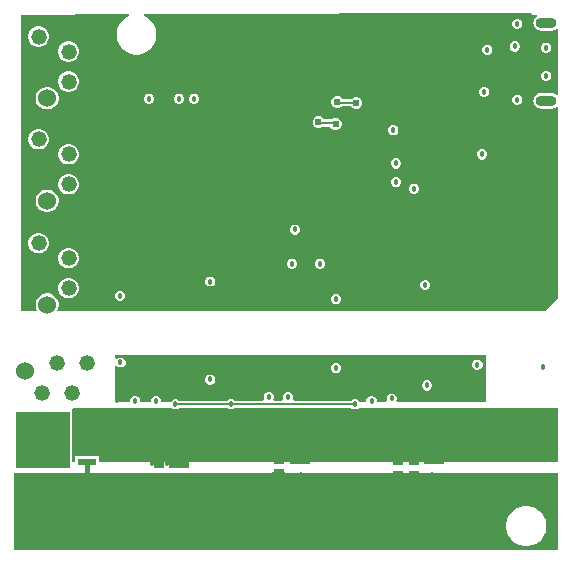
<source format=gbl>
G04*
G04 #@! TF.GenerationSoftware,Altium Limited,Altium Designer,21.9.2 (33)*
G04*
G04 Layer_Physical_Order=4*
G04 Layer_Color=16711680*
%FSLAX23Y23*%
%MOIN*%
G70*
G04*
G04 #@! TF.SameCoordinates,057B0E17-ACE6-4E06-8752-021C102DDC49*
G04*
G04*
G04 #@! TF.FilePolarity,Positive*
G04*
G01*
G75*
%ADD10C,0.008*%
%ADD34R,0.035X0.033*%
%ADD36R,0.071X0.045*%
%ADD63C,0.024*%
%ADD65C,0.016*%
%ADD68O,0.071X0.035*%
%ADD69C,0.020*%
%ADD70C,0.018*%
%ADD79R,0.064X0.024*%
%ADD80R,0.180X0.189*%
%ADD81C,0.052*%
%ADD82C,0.060*%
G36*
X1728Y1803D02*
X1744D01*
X1745Y1798D01*
X1745Y1798D01*
X1740Y1794D01*
X1736Y1788D01*
X1733Y1782D01*
X1732Y1776D01*
X1733Y1769D01*
X1736Y1763D01*
X1740Y1757D01*
X1745Y1753D01*
X1751Y1751D01*
X1758Y1750D01*
X1793D01*
X1800Y1751D01*
X1806Y1753D01*
X1810Y1756D01*
X1815Y1754D01*
Y1537D01*
X1810Y1535D01*
X1806Y1538D01*
X1800Y1541D01*
X1793Y1542D01*
X1758D01*
X1751Y1541D01*
X1745Y1538D01*
X1740Y1534D01*
X1736Y1529D01*
X1733Y1522D01*
X1732Y1516D01*
X1733Y1509D01*
X1736Y1503D01*
X1740Y1497D01*
X1745Y1493D01*
X1751Y1491D01*
X1758Y1490D01*
X1793D01*
X1800Y1491D01*
X1806Y1493D01*
X1810Y1496D01*
X1815Y1494D01*
Y858D01*
X1772Y815D01*
X148D01*
X146Y819D01*
X147Y821D01*
X150Y831D01*
Y841D01*
X147Y851D01*
X142Y859D01*
X135Y866D01*
X126Y871D01*
X117Y874D01*
X107D01*
X97Y871D01*
X88Y866D01*
X81Y859D01*
X76Y851D01*
X74Y841D01*
Y831D01*
X76Y821D01*
X78Y819D01*
X75Y815D01*
X24D01*
Y1799D01*
X25Y1803D01*
X385Y1804D01*
X386Y1799D01*
X378Y1796D01*
X367Y1788D01*
X357Y1779D01*
X350Y1768D01*
X345Y1756D01*
X343Y1743D01*
Y1730D01*
X345Y1717D01*
X350Y1705D01*
X357Y1694D01*
X367Y1684D01*
X378Y1677D01*
X390Y1672D01*
X403Y1669D01*
X416D01*
X429Y1672D01*
X441Y1677D01*
X452Y1684D01*
X461Y1694D01*
X469Y1705D01*
X474Y1717D01*
X476Y1730D01*
Y1743D01*
X474Y1756D01*
X469Y1768D01*
X461Y1779D01*
X452Y1788D01*
X441Y1796D01*
X433Y1799D01*
X434Y1804D01*
X1724Y1807D01*
X1728Y1803D01*
D02*
G37*
G36*
X1575Y512D02*
X1278D01*
X1275Y517D01*
X1277Y520D01*
Y527D01*
X1274Y533D01*
X1269Y538D01*
X1263Y540D01*
X1257D01*
X1250Y538D01*
X1246Y533D01*
X1243Y527D01*
Y520D01*
X1245Y517D01*
X1241Y512D01*
X1210D01*
X1210Y512D01*
Y519D01*
X1207Y525D01*
X1202Y530D01*
X1196Y532D01*
X1190D01*
X1183Y530D01*
X1179Y525D01*
X1176Y519D01*
Y512D01*
X1176Y512D01*
X1153D01*
X1152Y513D01*
X1147Y518D01*
X1141Y521D01*
X1134D01*
X1128Y518D01*
X1126Y516D01*
X933D01*
X930Y521D01*
X931Y524D01*
Y531D01*
X929Y537D01*
X924Y542D01*
X918Y544D01*
X911D01*
X905Y542D01*
X900Y537D01*
X898Y531D01*
Y524D01*
X899Y521D01*
X896Y516D01*
X869D01*
X866Y521D01*
X867Y524D01*
Y531D01*
X865Y537D01*
X860Y542D01*
X854Y544D01*
X847D01*
X841Y542D01*
X836Y537D01*
X834Y531D01*
Y524D01*
X835Y521D01*
X832Y516D01*
X736D01*
X734Y518D01*
X728Y521D01*
X721D01*
X715Y518D01*
X713Y516D01*
X551D01*
X549Y518D01*
X543Y521D01*
X536D01*
X530Y518D01*
X525Y513D01*
X525Y512D01*
X492D01*
X491Y512D01*
Y519D01*
X489Y525D01*
X484Y530D01*
X478Y532D01*
X471D01*
X465Y530D01*
X460Y525D01*
X458Y519D01*
Y512D01*
X457Y512D01*
X423D01*
X422Y512D01*
Y519D01*
X420Y525D01*
X415Y530D01*
X409Y532D01*
X402D01*
X396Y530D01*
X391Y525D01*
X389Y519D01*
Y512D01*
X388Y512D01*
X339D01*
Y631D01*
X344Y633D01*
X347Y630D01*
X353Y627D01*
X360D01*
X366Y630D01*
X370Y634D01*
X373Y640D01*
Y647D01*
X370Y653D01*
X366Y658D01*
X360Y660D01*
X353D01*
X347Y658D01*
X344Y655D01*
X339Y657D01*
Y669D01*
X1575D01*
Y512D01*
D02*
G37*
G36*
X1815Y311D02*
X284D01*
Y331D01*
X205D01*
Y311D01*
X196D01*
Y488D01*
X199Y492D01*
X528D01*
X530Y490D01*
X536Y487D01*
X543D01*
X549Y490D01*
X551Y492D01*
X713D01*
X715Y490D01*
X721Y487D01*
X728D01*
X734Y490D01*
X736Y492D01*
X1126D01*
X1128Y490D01*
X1134Y487D01*
X1141D01*
X1147Y490D01*
X1150Y492D01*
X1815D01*
Y311D01*
D02*
G37*
G36*
Y20D02*
X0D01*
Y276D01*
X1815D01*
Y20D01*
D02*
G37*
%LPC*%
G36*
X1682Y1788D02*
X1676D01*
X1670Y1786D01*
X1665Y1781D01*
X1662Y1775D01*
Y1768D01*
X1665Y1762D01*
X1670Y1757D01*
X1676Y1755D01*
X1682D01*
X1689Y1757D01*
X1693Y1762D01*
X1696Y1768D01*
Y1775D01*
X1693Y1781D01*
X1689Y1786D01*
X1682Y1788D01*
D02*
G37*
G36*
X87Y1764D02*
X78D01*
X70Y1761D01*
X62Y1757D01*
X56Y1751D01*
X51Y1743D01*
X49Y1734D01*
Y1725D01*
X51Y1717D01*
X56Y1709D01*
X62Y1703D01*
X70Y1698D01*
X78Y1696D01*
X87D01*
X96Y1698D01*
X103Y1703D01*
X110Y1709D01*
X114Y1717D01*
X117Y1725D01*
Y1734D01*
X114Y1743D01*
X110Y1751D01*
X103Y1757D01*
X96Y1761D01*
X87Y1764D01*
D02*
G37*
G36*
X1674Y1714D02*
X1667D01*
X1661Y1711D01*
X1656Y1706D01*
X1654Y1700D01*
Y1694D01*
X1656Y1687D01*
X1661Y1683D01*
X1667Y1680D01*
X1674D01*
X1680Y1683D01*
X1684Y1687D01*
X1687Y1694D01*
Y1700D01*
X1684Y1706D01*
X1680Y1711D01*
X1674Y1714D01*
D02*
G37*
G36*
X1779Y1710D02*
X1772D01*
X1766Y1707D01*
X1761Y1702D01*
X1759Y1696D01*
Y1690D01*
X1761Y1683D01*
X1766Y1679D01*
X1772Y1676D01*
X1779D01*
X1785Y1679D01*
X1790Y1683D01*
X1792Y1690D01*
Y1696D01*
X1790Y1702D01*
X1785Y1707D01*
X1779Y1710D01*
D02*
G37*
G36*
X1583Y1703D02*
X1576D01*
X1570Y1701D01*
X1565Y1696D01*
X1562Y1690D01*
Y1683D01*
X1565Y1677D01*
X1570Y1672D01*
X1576Y1670D01*
X1583D01*
X1589Y1672D01*
X1593Y1677D01*
X1596Y1683D01*
Y1690D01*
X1593Y1696D01*
X1589Y1701D01*
X1583Y1703D01*
D02*
G37*
G36*
X187Y1714D02*
X178D01*
X170Y1711D01*
X162Y1707D01*
X156Y1701D01*
X151Y1693D01*
X149Y1684D01*
Y1675D01*
X151Y1667D01*
X156Y1659D01*
X162Y1653D01*
X170Y1648D01*
X178Y1646D01*
X187D01*
X196Y1648D01*
X203Y1653D01*
X210Y1659D01*
X214Y1667D01*
X217Y1675D01*
Y1684D01*
X214Y1693D01*
X210Y1701D01*
X203Y1707D01*
X196Y1711D01*
X187Y1714D01*
D02*
G37*
G36*
X1779Y1615D02*
X1772D01*
X1766Y1613D01*
X1761Y1608D01*
X1759Y1602D01*
Y1595D01*
X1761Y1589D01*
X1766Y1584D01*
X1772Y1582D01*
X1779D01*
X1785Y1584D01*
X1790Y1589D01*
X1792Y1595D01*
Y1602D01*
X1790Y1608D01*
X1785Y1613D01*
X1779Y1615D01*
D02*
G37*
G36*
X187Y1614D02*
X178D01*
X170Y1611D01*
X162Y1607D01*
X156Y1601D01*
X151Y1593D01*
X149Y1584D01*
Y1575D01*
X151Y1567D01*
X156Y1559D01*
X162Y1553D01*
X170Y1548D01*
X178Y1546D01*
X187D01*
X196Y1548D01*
X203Y1553D01*
X210Y1559D01*
X214Y1567D01*
X217Y1575D01*
Y1584D01*
X214Y1593D01*
X210Y1601D01*
X203Y1607D01*
X196Y1611D01*
X187Y1614D01*
D02*
G37*
G36*
X1572Y1563D02*
X1566D01*
X1559Y1560D01*
X1555Y1555D01*
X1552Y1549D01*
Y1543D01*
X1555Y1536D01*
X1559Y1532D01*
X1566Y1529D01*
X1572D01*
X1578Y1532D01*
X1583Y1536D01*
X1586Y1543D01*
Y1549D01*
X1583Y1555D01*
X1578Y1560D01*
X1572Y1563D01*
D02*
G37*
G36*
X605Y1539D02*
X598D01*
X592Y1537D01*
X587Y1532D01*
X584Y1526D01*
Y1519D01*
X587Y1513D01*
X592Y1508D01*
X598Y1506D01*
X605D01*
X611Y1508D01*
X615Y1513D01*
X618Y1519D01*
Y1526D01*
X615Y1532D01*
X611Y1537D01*
X605Y1539D01*
D02*
G37*
G36*
X555D02*
X548D01*
X542Y1537D01*
X537Y1532D01*
X534Y1526D01*
Y1519D01*
X537Y1513D01*
X542Y1508D01*
X548Y1506D01*
X555D01*
X561Y1508D01*
X565Y1513D01*
X568Y1519D01*
Y1526D01*
X565Y1532D01*
X561Y1537D01*
X555Y1539D01*
D02*
G37*
G36*
X455D02*
X448D01*
X442Y1537D01*
X437Y1532D01*
X434Y1526D01*
Y1519D01*
X437Y1513D01*
X442Y1508D01*
X448Y1506D01*
X455D01*
X461Y1508D01*
X465Y1513D01*
X468Y1519D01*
Y1526D01*
X465Y1532D01*
X461Y1537D01*
X455Y1539D01*
D02*
G37*
G36*
X1682Y1536D02*
X1676D01*
X1670Y1534D01*
X1665Y1529D01*
X1662Y1523D01*
Y1516D01*
X1665Y1510D01*
X1670Y1505D01*
X1676Y1503D01*
X1682D01*
X1689Y1505D01*
X1693Y1510D01*
X1696Y1516D01*
Y1523D01*
X1693Y1529D01*
X1689Y1534D01*
X1682Y1536D01*
D02*
G37*
G36*
X1083Y1531D02*
X1075D01*
X1068Y1528D01*
X1062Y1523D01*
X1059Y1516D01*
Y1508D01*
X1062Y1501D01*
X1068Y1495D01*
X1075Y1492D01*
X1083D01*
X1090Y1495D01*
X1093Y1498D01*
X1125D01*
X1125Y1497D01*
X1131Y1491D01*
X1138Y1488D01*
X1146D01*
X1153Y1491D01*
X1158Y1497D01*
X1161Y1504D01*
Y1512D01*
X1158Y1519D01*
X1153Y1525D01*
X1146Y1528D01*
X1138D01*
X1131Y1525D01*
X1128Y1522D01*
X1096D01*
X1095Y1523D01*
X1090Y1528D01*
X1083Y1531D01*
D02*
G37*
G36*
X117Y1563D02*
X107D01*
X97Y1560D01*
X88Y1555D01*
X81Y1548D01*
X76Y1540D01*
X74Y1530D01*
Y1520D01*
X76Y1510D01*
X81Y1502D01*
X88Y1495D01*
X97Y1490D01*
X107Y1487D01*
X117D01*
X126Y1490D01*
X135Y1495D01*
X142Y1502D01*
X147Y1510D01*
X150Y1520D01*
Y1530D01*
X147Y1540D01*
X142Y1548D01*
X135Y1555D01*
X126Y1560D01*
X117Y1563D01*
D02*
G37*
G36*
X1020Y1464D02*
X1012D01*
X1005Y1461D01*
X1000Y1455D01*
X997Y1448D01*
Y1440D01*
X1000Y1433D01*
X1005Y1428D01*
X1012Y1425D01*
X1020D01*
X1028Y1428D01*
X1030Y1430D01*
X1055D01*
X1056Y1428D01*
X1062Y1422D01*
X1069Y1419D01*
X1077D01*
X1084Y1422D01*
X1090Y1428D01*
X1093Y1435D01*
Y1443D01*
X1090Y1450D01*
X1084Y1456D01*
X1077Y1459D01*
X1069D01*
X1062Y1456D01*
X1060Y1454D01*
X1034D01*
X1033Y1455D01*
X1028Y1461D01*
X1020Y1464D01*
D02*
G37*
G36*
X1269Y1434D02*
X1262D01*
X1256Y1432D01*
X1252Y1427D01*
X1249Y1421D01*
Y1414D01*
X1252Y1408D01*
X1256Y1403D01*
X1262Y1401D01*
X1269D01*
X1275Y1403D01*
X1280Y1408D01*
X1282Y1414D01*
Y1421D01*
X1280Y1427D01*
X1275Y1432D01*
X1269Y1434D01*
D02*
G37*
G36*
X87Y1421D02*
X78D01*
X70Y1419D01*
X62Y1415D01*
X56Y1408D01*
X51Y1400D01*
X49Y1392D01*
Y1383D01*
X51Y1374D01*
X56Y1367D01*
X62Y1360D01*
X70Y1356D01*
X78Y1354D01*
X87D01*
X96Y1356D01*
X103Y1360D01*
X110Y1367D01*
X114Y1374D01*
X117Y1383D01*
Y1392D01*
X114Y1400D01*
X110Y1408D01*
X103Y1415D01*
X96Y1419D01*
X87Y1421D01*
D02*
G37*
G36*
X1564Y1354D02*
X1558D01*
X1552Y1351D01*
X1547Y1347D01*
X1544Y1341D01*
Y1334D01*
X1547Y1328D01*
X1552Y1323D01*
X1558Y1320D01*
X1564D01*
X1571Y1323D01*
X1575Y1328D01*
X1578Y1334D01*
Y1341D01*
X1575Y1347D01*
X1571Y1351D01*
X1564Y1354D01*
D02*
G37*
G36*
X187Y1371D02*
X178D01*
X170Y1369D01*
X162Y1365D01*
X156Y1358D01*
X151Y1350D01*
X149Y1342D01*
Y1333D01*
X151Y1324D01*
X156Y1317D01*
X162Y1310D01*
X170Y1306D01*
X178Y1304D01*
X187D01*
X196Y1306D01*
X203Y1310D01*
X210Y1317D01*
X214Y1324D01*
X217Y1333D01*
Y1342D01*
X214Y1350D01*
X210Y1358D01*
X203Y1365D01*
X196Y1369D01*
X187Y1371D01*
D02*
G37*
G36*
X1278Y1324D02*
X1271D01*
X1265Y1321D01*
X1260Y1317D01*
X1258Y1310D01*
Y1304D01*
X1260Y1298D01*
X1265Y1293D01*
X1271Y1290D01*
X1278D01*
X1284Y1293D01*
X1289Y1298D01*
X1291Y1304D01*
Y1310D01*
X1289Y1317D01*
X1284Y1321D01*
X1278Y1324D01*
D02*
G37*
G36*
Y1261D02*
X1271D01*
X1265Y1258D01*
X1260Y1254D01*
X1258Y1247D01*
Y1241D01*
X1260Y1235D01*
X1265Y1230D01*
X1271Y1227D01*
X1278D01*
X1284Y1230D01*
X1289Y1235D01*
X1291Y1241D01*
Y1247D01*
X1289Y1254D01*
X1284Y1258D01*
X1278Y1261D01*
D02*
G37*
G36*
X1338Y1239D02*
X1331D01*
X1325Y1237D01*
X1320Y1232D01*
X1318Y1226D01*
Y1219D01*
X1320Y1213D01*
X1325Y1208D01*
X1331Y1206D01*
X1338D01*
X1344Y1208D01*
X1349Y1213D01*
X1351Y1219D01*
Y1226D01*
X1349Y1232D01*
X1344Y1237D01*
X1338Y1239D01*
D02*
G37*
G36*
X187Y1271D02*
X178D01*
X170Y1269D01*
X162Y1265D01*
X156Y1258D01*
X151Y1250D01*
X149Y1242D01*
Y1233D01*
X151Y1224D01*
X156Y1217D01*
X162Y1210D01*
X170Y1206D01*
X178Y1204D01*
X187D01*
X196Y1206D01*
X203Y1210D01*
X210Y1217D01*
X214Y1224D01*
X217Y1233D01*
Y1242D01*
X214Y1250D01*
X210Y1258D01*
X203Y1265D01*
X196Y1269D01*
X187Y1271D01*
D02*
G37*
G36*
X117Y1220D02*
X107D01*
X97Y1218D01*
X88Y1213D01*
X81Y1206D01*
X76Y1197D01*
X74Y1187D01*
Y1177D01*
X76Y1168D01*
X81Y1159D01*
X88Y1152D01*
X97Y1147D01*
X107Y1145D01*
X117D01*
X126Y1147D01*
X135Y1152D01*
X142Y1159D01*
X147Y1168D01*
X150Y1177D01*
Y1187D01*
X147Y1197D01*
X142Y1206D01*
X135Y1213D01*
X126Y1218D01*
X117Y1220D01*
D02*
G37*
G36*
X941Y1103D02*
X935D01*
X929Y1101D01*
X924Y1096D01*
X921Y1090D01*
Y1083D01*
X924Y1077D01*
X929Y1072D01*
X935Y1070D01*
X941D01*
X948Y1072D01*
X952Y1077D01*
X955Y1083D01*
Y1090D01*
X952Y1096D01*
X948Y1101D01*
X941Y1103D01*
D02*
G37*
G36*
X87Y1075D02*
X78D01*
X70Y1073D01*
X62Y1068D01*
X56Y1062D01*
X51Y1054D01*
X49Y1045D01*
Y1036D01*
X51Y1028D01*
X56Y1020D01*
X62Y1014D01*
X70Y1009D01*
X78Y1007D01*
X87D01*
X96Y1009D01*
X103Y1014D01*
X110Y1020D01*
X114Y1028D01*
X117Y1036D01*
Y1045D01*
X114Y1054D01*
X110Y1062D01*
X103Y1068D01*
X96Y1073D01*
X87Y1075D01*
D02*
G37*
G36*
X187Y1025D02*
X178D01*
X170Y1023D01*
X162Y1018D01*
X156Y1012D01*
X151Y1004D01*
X149Y995D01*
Y986D01*
X151Y978D01*
X156Y970D01*
X162Y964D01*
X170Y959D01*
X178Y957D01*
X187D01*
X196Y959D01*
X203Y964D01*
X210Y970D01*
X214Y978D01*
X217Y986D01*
Y995D01*
X214Y1004D01*
X210Y1012D01*
X203Y1018D01*
X196Y1023D01*
X187Y1025D01*
D02*
G37*
G36*
X1025Y989D02*
X1018D01*
X1012Y987D01*
X1007Y982D01*
X1005Y976D01*
Y969D01*
X1007Y963D01*
X1012Y958D01*
X1018Y956D01*
X1025D01*
X1031Y958D01*
X1036Y963D01*
X1038Y969D01*
Y976D01*
X1036Y982D01*
X1031Y987D01*
X1025Y989D01*
D02*
G37*
G36*
X930D02*
X924D01*
X918Y987D01*
X913Y982D01*
X910Y976D01*
Y969D01*
X913Y963D01*
X918Y958D01*
X924Y956D01*
X930D01*
X937Y958D01*
X941Y963D01*
X944Y969D01*
Y976D01*
X941Y982D01*
X937Y987D01*
X930Y989D01*
D02*
G37*
G36*
X659Y930D02*
X652D01*
X646Y928D01*
X641Y923D01*
X639Y917D01*
Y910D01*
X641Y904D01*
X646Y899D01*
X652Y897D01*
X659D01*
X665Y899D01*
X670Y904D01*
X672Y910D01*
Y917D01*
X670Y923D01*
X665Y928D01*
X659Y930D01*
D02*
G37*
G36*
X1375Y918D02*
X1369D01*
X1363Y916D01*
X1358Y911D01*
X1355Y905D01*
Y898D01*
X1358Y892D01*
X1363Y887D01*
X1369Y885D01*
X1375D01*
X1382Y887D01*
X1386Y892D01*
X1389Y898D01*
Y905D01*
X1386Y911D01*
X1382Y916D01*
X1375Y918D01*
D02*
G37*
G36*
X187Y925D02*
X178D01*
X170Y923D01*
X162Y918D01*
X156Y912D01*
X151Y904D01*
X149Y895D01*
Y886D01*
X151Y878D01*
X156Y870D01*
X162Y864D01*
X170Y859D01*
X178Y857D01*
X187D01*
X196Y859D01*
X203Y864D01*
X210Y870D01*
X214Y878D01*
X217Y886D01*
Y895D01*
X214Y904D01*
X210Y912D01*
X203Y918D01*
X196Y923D01*
X187Y925D01*
D02*
G37*
G36*
X358Y883D02*
X351D01*
X345Y880D01*
X340Y876D01*
X338Y869D01*
Y863D01*
X340Y857D01*
X345Y852D01*
X351Y849D01*
X358D01*
X364Y852D01*
X369Y857D01*
X371Y863D01*
Y869D01*
X369Y876D01*
X364Y880D01*
X358Y883D01*
D02*
G37*
G36*
X1078Y871D02*
X1071D01*
X1065Y869D01*
X1061Y864D01*
X1058Y858D01*
Y851D01*
X1061Y845D01*
X1065Y840D01*
X1071Y838D01*
X1078D01*
X1084Y840D01*
X1089Y845D01*
X1092Y851D01*
Y858D01*
X1089Y864D01*
X1084Y869D01*
X1078Y871D01*
D02*
G37*
G36*
X1549Y653D02*
X1543D01*
X1536Y651D01*
X1532Y646D01*
X1529Y640D01*
Y633D01*
X1532Y627D01*
X1536Y622D01*
X1543Y620D01*
X1549D01*
X1555Y622D01*
X1560Y627D01*
X1563Y633D01*
Y640D01*
X1560Y646D01*
X1555Y651D01*
X1549Y653D01*
D02*
G37*
G36*
X1078Y641D02*
X1071D01*
X1065Y638D01*
X1060Y634D01*
X1058Y627D01*
Y621D01*
X1060Y615D01*
X1065Y610D01*
X1071Y607D01*
X1078D01*
X1084Y610D01*
X1089Y615D01*
X1091Y621D01*
Y627D01*
X1089Y634D01*
X1084Y638D01*
X1078Y641D01*
D02*
G37*
G36*
X659Y603D02*
X652D01*
X646Y601D01*
X641Y596D01*
X639Y590D01*
Y583D01*
X641Y577D01*
X646Y572D01*
X652Y570D01*
X659D01*
X665Y572D01*
X670Y577D01*
X672Y583D01*
Y590D01*
X670Y596D01*
X665Y601D01*
X659Y603D01*
D02*
G37*
G36*
X1381Y584D02*
X1375D01*
X1368Y581D01*
X1364Y576D01*
X1361Y570D01*
Y564D01*
X1364Y557D01*
X1368Y553D01*
X1375Y550D01*
X1381D01*
X1387Y553D01*
X1392Y557D01*
X1395Y564D01*
Y570D01*
X1392Y576D01*
X1387Y581D01*
X1381Y584D01*
D02*
G37*
G36*
X1715Y165D02*
X1702D01*
X1689Y163D01*
X1677Y158D01*
X1666Y150D01*
X1657Y141D01*
X1649Y130D01*
X1644Y118D01*
X1642Y105D01*
Y92D01*
X1644Y79D01*
X1649Y67D01*
X1657Y56D01*
X1666Y46D01*
X1677Y39D01*
X1689Y34D01*
X1702Y31D01*
X1715D01*
X1728Y34D01*
X1740Y39D01*
X1751Y46D01*
X1761Y56D01*
X1768Y67D01*
X1773Y79D01*
X1776Y92D01*
Y105D01*
X1773Y118D01*
X1768Y130D01*
X1761Y141D01*
X1751Y150D01*
X1740Y158D01*
X1728Y163D01*
X1715Y165D01*
D02*
G37*
%LPD*%
D10*
X1019Y1442D02*
X1070D01*
X1073Y1439D01*
X1016Y1444D02*
X1019Y1442D01*
X1079Y1512D02*
X1081Y1510D01*
X1140D01*
X1142Y1508D01*
X724Y504D02*
X1138D01*
X539D02*
X724D01*
D34*
X1280Y317D02*
D03*
Y266D02*
D03*
X484Y309D02*
D03*
Y258D02*
D03*
X886Y323D02*
D03*
Y272D02*
D03*
X1335Y317D02*
D03*
Y266D02*
D03*
D36*
X1693Y228D02*
D03*
Y346D02*
D03*
X1776Y232D02*
D03*
Y350D02*
D03*
X335Y224D02*
D03*
Y343D02*
D03*
X417Y224D02*
D03*
Y343D02*
D03*
X685Y220D02*
D03*
Y339D02*
D03*
X768Y217D02*
D03*
Y335D02*
D03*
X1402Y209D02*
D03*
Y327D02*
D03*
X1528Y217D02*
D03*
Y335D02*
D03*
X1189Y220D02*
D03*
Y339D02*
D03*
X1106Y220D02*
D03*
Y339D02*
D03*
X551Y315D02*
D03*
Y197D02*
D03*
X953Y327D02*
D03*
Y209D02*
D03*
X1610Y224D02*
D03*
Y343D02*
D03*
D63*
X1073Y1439D02*
D03*
X1016Y1444D02*
D03*
X1079Y1512D02*
D03*
X1087Y528D02*
D03*
X1426Y568D02*
D03*
X1546Y585D02*
D03*
X146Y339D02*
D03*
X71Y374D02*
D03*
X146Y378D02*
D03*
X142Y409D02*
D03*
X71D02*
D03*
X106D02*
D03*
X1142Y1508D02*
D03*
X776Y539D02*
D03*
X705Y559D02*
D03*
X71Y335D02*
D03*
X110D02*
D03*
X106Y370D02*
D03*
D65*
X244Y221D02*
Y311D01*
X244Y220D02*
X244Y221D01*
D68*
X1776Y1776D02*
D03*
Y1516D02*
D03*
D69*
Y1776D02*
D03*
Y1516D02*
D03*
D70*
X651Y1522D02*
D03*
X451D02*
D03*
X601D02*
D03*
X551D02*
D03*
X1138Y504D02*
D03*
X724D02*
D03*
X539D02*
D03*
X474Y516D02*
D03*
X1579Y1686D02*
D03*
X1283Y272D02*
D03*
X1378Y567D02*
D03*
X1287Y323D02*
D03*
X1331D02*
D03*
X1382D02*
D03*
X1075Y854D02*
D03*
X1074Y624D02*
D03*
X938Y1087D02*
D03*
X1335Y1274D02*
D03*
X1275Y1244D02*
D03*
X1335Y1222D02*
D03*
X1022Y972D02*
D03*
X1670Y1697D02*
D03*
X1776Y1693D02*
D03*
Y1598D02*
D03*
X1610Y228D02*
D03*
Y346D02*
D03*
X693Y220D02*
D03*
X555D02*
D03*
X1394Y232D02*
D03*
X969D02*
D03*
X454Y232D02*
D03*
X331Y228D02*
D03*
X356Y644D02*
D03*
X1528Y260D02*
D03*
X1169Y220D02*
D03*
X728Y217D02*
D03*
X957Y323D02*
D03*
X915Y321D02*
D03*
X870Y323D02*
D03*
X728Y335D02*
D03*
X134Y71D02*
D03*
X98D02*
D03*
X55D02*
D03*
X130Y98D02*
D03*
X94D02*
D03*
X130Y130D02*
D03*
X87D02*
D03*
X130Y157D02*
D03*
X87D02*
D03*
X51D02*
D03*
X55Y98D02*
D03*
X713Y256D02*
D03*
X1106Y260D02*
D03*
X656Y587D02*
D03*
X1193Y516D02*
D03*
X914Y528D02*
D03*
X850D02*
D03*
X1260Y524D02*
D03*
X1766Y628D02*
D03*
X1546Y636D02*
D03*
X1275Y1307D02*
D03*
X1679Y1520D02*
D03*
X1679Y1772D02*
D03*
X1569Y1546D02*
D03*
X1215Y1417D02*
D03*
X1266D02*
D03*
X1561Y1337D02*
D03*
X1612D02*
D03*
X1423Y902D02*
D03*
X1372D02*
D03*
X978Y972D02*
D03*
X927D02*
D03*
X656Y913D02*
D03*
X707D02*
D03*
X354Y866D02*
D03*
X957Y268D02*
D03*
X902D02*
D03*
X866D02*
D03*
X506Y256D02*
D03*
X543D02*
D03*
X1768Y445D02*
D03*
X1394Y268D02*
D03*
X1343Y269D02*
D03*
X1110Y339D02*
D03*
Y220D02*
D03*
X1531Y217D02*
D03*
X1693Y354D02*
D03*
X1693Y228D02*
D03*
X1776D02*
D03*
Y346D02*
D03*
X55Y126D02*
D03*
X406Y516D02*
D03*
X535Y308D02*
D03*
X559D02*
D03*
X512D02*
D03*
X488D02*
D03*
X461D02*
D03*
X346Y520D02*
D03*
X476Y259D02*
D03*
X244Y244D02*
D03*
D79*
X244Y311D02*
D03*
Y361D02*
D03*
Y411D02*
D03*
Y461D02*
D03*
D80*
X98Y386D02*
D03*
D81*
X83Y1041D02*
D03*
X183Y991D02*
D03*
X83Y941D02*
D03*
X183Y891D02*
D03*
X83Y1387D02*
D03*
X183Y1337D02*
D03*
X83Y1287D02*
D03*
X183Y1237D02*
D03*
X83Y1730D02*
D03*
X183Y1680D02*
D03*
X83Y1630D02*
D03*
X183Y1580D02*
D03*
X244Y643D02*
D03*
X194Y543D02*
D03*
X144Y643D02*
D03*
X94Y543D02*
D03*
D82*
X112Y836D02*
D03*
Y1182D02*
D03*
Y1525D02*
D03*
X39Y614D02*
D03*
M02*

</source>
